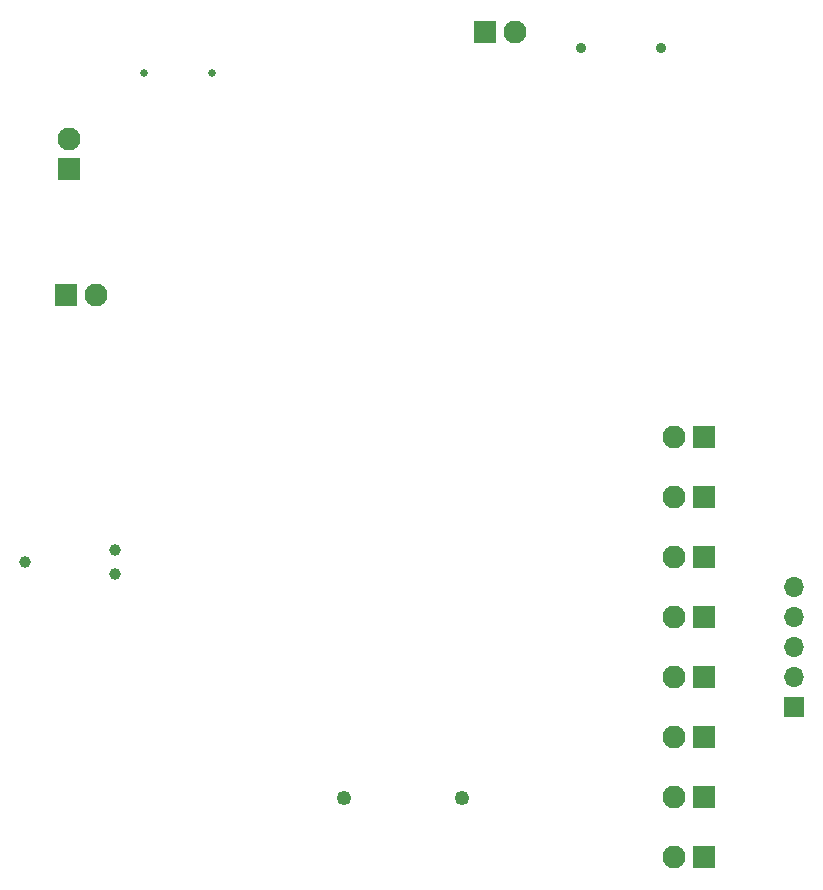
<source format=gbr>
%TF.GenerationSoftware,KiCad,Pcbnew,8.0.3*%
%TF.CreationDate,2024-06-23T22:11:50-05:00*%
%TF.ProjectId,GeckoDevelopmentBoard,4765636b-6f44-4657-9665-6c6f706d656e,rev?*%
%TF.SameCoordinates,Original*%
%TF.FileFunction,Soldermask,Bot*%
%TF.FilePolarity,Negative*%
%FSLAX46Y46*%
G04 Gerber Fmt 4.6, Leading zero omitted, Abs format (unit mm)*
G04 Created by KiCad (PCBNEW 8.0.3) date 2024-06-23 22:11:50*
%MOMM*%
%LPD*%
G01*
G04 APERTURE LIST*
%ADD10R,1.700000X1.700000*%
%ADD11O,1.700000X1.700000*%
%ADD12R,1.950000X1.950000*%
%ADD13C,1.950000*%
%ADD14C,1.250000*%
%ADD15C,0.650000*%
%ADD16C,0.900000*%
%ADD17C,0.991000*%
G04 APERTURE END LIST*
D10*
%TO.C,J202*%
X125860000Y-112540000D03*
D11*
X125860000Y-110000000D03*
X125860000Y-107460000D03*
X125860000Y-104920000D03*
X125860000Y-102380000D03*
%TD*%
D12*
%TO.C,JP104*%
X118240000Y-115075000D03*
D13*
X115700000Y-115075000D03*
%TD*%
D12*
%TO.C,JP201*%
X118240000Y-125235000D03*
D13*
X115700000Y-125235000D03*
%TD*%
D14*
%TO.C,U101*%
X87810000Y-120250000D03*
X97815424Y-120251527D03*
%TD*%
D15*
%TO.C,J200*%
X76640000Y-58853000D03*
X70860000Y-58853000D03*
%TD*%
D12*
%TO.C,JP202*%
X99730000Y-55400000D03*
D13*
X102270000Y-55400000D03*
%TD*%
D16*
%TO.C,SW200*%
X107850000Y-56750000D03*
X114650000Y-56750000D03*
%TD*%
D12*
%TO.C,JP1*%
X118240000Y-89675000D03*
D13*
X115700000Y-89675000D03*
%TD*%
D12*
%TO.C,JP10*%
X118240000Y-109995000D03*
D13*
X115700000Y-109995000D03*
%TD*%
D12*
%TO.C,JP102*%
X118240000Y-120155000D03*
D13*
X115700000Y-120155000D03*
%TD*%
D12*
%TO.C,JP203*%
X118240000Y-99835000D03*
D13*
X115700000Y-99835000D03*
%TD*%
D17*
%TO.C,J3*%
X68440000Y-101225000D03*
X60820000Y-100210000D03*
X68440000Y-99195000D03*
%TD*%
D12*
%TO.C,JP100*%
X64250000Y-77595000D03*
D13*
X66790000Y-77595000D03*
%TD*%
D12*
%TO.C,JP200*%
X64470000Y-66940000D03*
D13*
X64470000Y-64400000D03*
%TD*%
D12*
%TO.C,JP101*%
X118240000Y-104915000D03*
D13*
X115700000Y-104915000D03*
%TD*%
D12*
%TO.C,JP103*%
X118240000Y-94755000D03*
D13*
X115700000Y-94755000D03*
%TD*%
M02*

</source>
